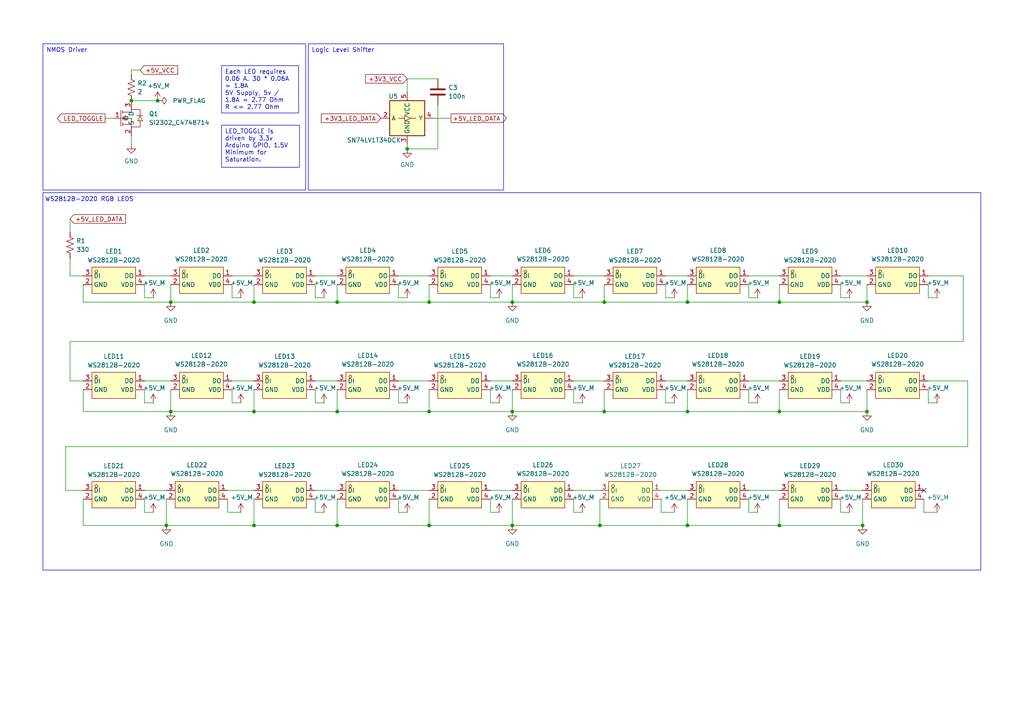
<source format=kicad_sch>
(kicad_sch (version 20250114) (generator "eeschema") (generator_version "9.0")
  (paper "A4")
  (lib_symbols
    (symbol "Device:C" (pin_numbers (hide yes)) (pin_names (offset 0.254))
      (property "Reference" "C" (at 0.635 2.54 0))
      (property "Value" "C" (at 0.635 -2.54 0))
      (symbol "C_0_1"
        (polyline (pts (xy -2.032 0.762) (xy 2.032 0.762)) (stroke (width 0.508)))
        (polyline (pts (xy -2.032 -0.762) (xy 2.032 -0.762)) (stroke (width 0.508)))
      )
      (symbol "C_1_1"
        (pin passive line (at 0 3.81 270) (length 2.794) (name "~") (number "1"))
        (pin passive line (at 0 -3.81 90) (length 2.794) (name "~") (number "2"))
      )
    )
    (symbol "Device:R_US" (pin_numbers (hide yes)) (pin_names (offset 0))
      (property "Reference" "R" (at 2.54 0 90))
      (property "Value" "R_US" (at -2.54 0 90))
      (symbol "R_US_0_1"
        (polyline (pts (xy 0 2.286) (xy 0 2.54)))
        (polyline (pts (xy 0 2.286) (xy 1.016 1.905) (xy 0 1.524) (xy -1.016 1.143) (xy 0 0.762)))
        (polyline (pts (xy 0 0.762) (xy 1.016 0.381) (xy 0 0) (xy -1.016 -0.381) (xy 0 -0.762)))
        (polyline (pts (xy 0 -0.762) (xy 1.016 -1.143) (xy 0 -1.524) (xy -1.016 -1.905) (xy 0 -2.286)))
        (polyline (pts (xy 0 -2.286) (xy 0 -2.54)))
      )
      (symbol "R_US_1_1"
        (pin passive line (at 0 3.81 270) (length 1.27) (name "~") (number "1"))
        (pin passive line (at 0 -3.81 90) (length 1.27) (name "~") (number "2"))
      )
    )
    (symbol "Logic_LevelTranslator:SN74LV1T34DCK"
      (property "Reference" "U" (at 5.08 6.35 0))
      (property "Value" "SN74LV1T34DCK" (at 5.08 3.81 0))
      (symbol "SN74LV1T34DCK_0_1"
        (rectangle (start -5.08 5.08) (end 5.08 -5.08) (stroke (width 0.254)) (fill (type background)))
        (polyline (pts (xy -0.762 0) (xy -2.54 0)))
        (polyline (pts (xy 1.016 0) (xy 2.54 0)))
      )
      (symbol "SN74LV1T34DCK_1_1"
        (polyline (pts (xy -0.762 -0.762) (xy -0.762 0.762) (xy 1.016 0) (xy -0.762 -0.762)))
        (pin input line (at -7.62 0 0) (length 2.54) (name "A") (number "2"))
        (pin no_connect line (at -5.08 2.54 0) (length 2.54) (hide yes) (name "NC") (number "1"))
        (pin power_in line (at 0 7.62 270) (length 2.54) (name "VCC") (number "5"))
        (pin power_in line (at 0 -7.62 90) (length 2.54) (name "GND") (number "3"))
        (pin output line (at 7.62 0 180) (length 2.54) (name "Y") (number "4"))
      )
    )
    (symbol "power:GND" (power) (pin_numbers (hide yes)) (pin_names (offset 0) (hide yes))
      (property "Value" "GND" (at 0 -3.81 0))
      (symbol "GND_0_1"
        (polyline (pts (xy 0 0) (xy 0 -1.27) (xy 1.27 -1.27) (xy 0 -2.54) (xy -1.27 -1.27) (xy 0 -1.27)))
      )
      (symbol "GND_1_1"
        (pin power_in line (at 0 0 270) (length 0) (name "~") (number "1"))
      )
    )
    (symbol "power:PWR_FLAG" (power) (pin_numbers (hide yes)) (pin_names (offset 0) (hide yes))
      (property "Value" "PWR_FLAG" (at 0 3.81 0))
      (symbol "PWR_FLAG_0_0"
        (pin power_out line (at 0 0 90) (length 0) (name "~") (number "1"))
      )
      (symbol "PWR_FLAG_0_1"
        (polyline (pts (xy 0 0) (xy 0 1.27) (xy -1.016 1.905) (xy 0 2.54) (xy 1.016 1.905) (xy 0 1.27)))
      )
    )
    (symbol "power:VCC" (power) (pin_numbers (hide yes)) (pin_names (offset 0) (hide yes))
      (property "Value" "VCC" (at 0 3.556 0))
      (symbol "VCC_0_1"
        (polyline (pts (xy -0.762 1.27) (xy 0 2.54)))
        (polyline (pts (xy 0 2.54) (xy 0.762 1.27)))
        (polyline (pts (xy 0 0) (xy 0 2.54)))
      )
      (symbol "VCC_1_1"
        (pin power_in line (at 0 0 90) (length 0) (name "~") (number "1"))
      )
    )
    (symbol "syms_foots:SI2302_C4748714"
      (property "Reference" "Q" (at 0 10.16 0))
      (property "Value" "SI2302_C4748714" (at 0 -10.16 0))
      (symbol "SI2302_C4748714_0_1"
        (polyline (pts (xy -3.05 2.29) (xy -3.05 -2.29)))
        (polyline (pts (xy -2.54 2.29) (xy -2.54 1.27)))
        (polyline (pts (xy -2.54 1.78) (xy 0 1.78) (xy 0 2.54) (xy 2.54 2.54) (xy 2.54 0.51)))
        (polyline (pts (xy -2.54 0) (xy -1.02 -0.51) (xy -1.02 0.51) (xy -2.54 0)) (fill (type background)))
        (polyline (pts (xy -2.54 0) (xy 0 0) (xy 0 -2.54) (xy 2.54 -2.54) (xy 2.54 -0.76)))
        (polyline (pts (xy -2.54 -0.51) (xy -2.54 0.51)))
        (polyline (pts (xy -2.54 -2.29) (xy -2.54 -1.27)))
        (polyline (pts (xy 0 -1.78) (xy -2.54 -1.78)))
        (polyline (pts (xy 1.52 0.76) (xy 3.3 0.76)))
        (polyline (pts (xy 2.54 0.51) (xy 1.78 -0.76) (xy 3.3 -0.76) (xy 2.54 0.51)) (fill (type background)))
      )
      (symbol "SI2302_C4748714_1_1"
        (pin input line (at -5.08 0 0) (length 2.032) (name "G") (number "1"))
        (pin power_in line (at 0 5.08 270) (length 2.54) (name "D") (number "3"))
        (pin power_in line (at 0 -5.08 90) (length 2.54) (name "S") (number "2"))
      )
    )
    (symbol "syms_foots:WS2812B-2020"
      (property "Reference" "LED" (at 0 6.35 0))
      (property "Value" "WS2812B-2020" (at 0 -6.35 0))
      (symbol "WS2812B-2020_0_1"
        (rectangle (start -6.35 3.81) (end 6.35 -3.81) (fill (type background)))
        (circle (center -5.08 2.54) (radius 0.38))
      )
      (symbol "WS2812B-2020_1_1"
        (pin input line (at -8.89 1.27 0) (length 2.54) (name "DI") (number "3"))
        (pin power_in line (at -8.89 -1.27 0) (length 2.54) (name "GND") (number "2"))
        (pin output line (at 8.89 1.27 180) (length 2.54) (name "DO") (number "1"))
        (pin power_in line (at 8.89 -1.27 180) (length 2.54) (name "VDD") (number "4"))
      )
    )
  )
  (rectangle (start 12.446 55.88) (end 284.48 165.354))
  (text "WS2812B-2020 RGB LEDS" (at 25.908 57.912 0) (effects (font (size 1.27 1.27))))
  (text_box "NMOS Driver" (at 12.446 12.7 0) (size 76.2 42.418) (margins 0.9525 0.9525 0.9525 0.9525) (effects (font (size 1.27 1.27)) (justify left top)))
  (text_box "Each LED requires 0.06 A. 30 * 0.06A = 1.8A\n5V Supply, 5v / 1.8A = 2.77 Ohm\nR <= 2.77 Ohm" (at 64.262 19.05 0) (size 22.352 13.716) (margins 0.9525 0.9525 0.9525 0.9525) (effects (font (size 1.27 1.27)) (justify left top)))
  (text_box "LED_TOGGLE is driven by 3.3v Arduino GPIO. 1.5V Minimum for Saturation." (at 64.262 36.322 0) (size 22.606 12.192) (margins 0.9525 0.9525 0.9525 0.9525) (effects (font (size 1.27 1.27)) (justify left top)))
  (text_box "Logic Level Shifter" (at 89.408 12.7 0) (size 56.642 42.418) (margins 0.9525 0.9525 0.9525 0.9525) (effects (font (size 1.27 1.27)) (justify left top)))
  (junction (at 49.53 87.63))
  (junction (at 175.26 119.38))
  (junction (at 124.46 119.38))
  (junction (at 251.46 119.38))
  (junction (at 250.19 152.4))
  (junction (at 124.46 87.63))
  (junction (at 97.79 87.63))
  (junction (at 199.39 152.4))
  (junction (at 175.26 87.63))
  (junction (at 148.59 152.4))
  (junction (at 73.66 152.4))
  (junction (at 148.59 87.63))
  (junction (at 38.1 29.21))
  (junction (at 251.46 87.63))
  (junction (at 226.06 87.63))
  (junction (at 73.66 119.38))
  (junction (at 199.39 119.38))
  (junction (at 124.46 152.4))
  (junction (at 226.06 152.4))
  (junction (at 173.99 152.4))
  (junction (at 49.53 119.38))
  (junction (at 97.79 152.4))
  (junction (at 45.72 29.21))
  (junction (at 48.26 152.4))
  (junction (at 226.06 119.38))
  (junction (at 148.59 119.38))
  (junction (at 118.11 43.18))
  (junction (at 199.39 87.63))
  (junction (at 73.66 87.63))
  (junction (at 97.79 119.38))
  (no_connect (at 267.97 142.24))
  (wire (pts (xy 219.71 116.84) (xy 217.17 116.84)))
  (wire (pts (xy 97.79 113.03) (xy 97.79 119.38)))
  (wire (pts (xy 226.06 87.63) (xy 251.46 87.63)))
  (wire (pts (xy 269.24 116.84) (xy 269.24 113.03)))
  (wire (pts (xy 142.24 80.01) (xy 148.59 80.01)))
  (wire (pts (xy 93.98 116.84) (xy 91.44 116.84)))
  (wire (pts (xy 199.39 87.63) (xy 226.06 87.63)))
  (wire (pts (xy 219.71 86.36) (xy 217.17 86.36)))
  (wire (pts (xy 193.04 116.84) (xy 193.04 113.03)))
  (wire (pts (xy 124.46 82.55) (xy 124.46 87.63)))
  (wire (pts (xy 69.85 148.59) (xy 66.04 148.59)))
  (wire (pts (xy 118.11 22.86) (xy 127 22.86)))
  (wire (pts (xy 19.05 142.24) (xy 19.05 129.54)))
  (wire (pts (xy 148.59 87.63) (xy 175.26 87.63)))
  (wire (pts (xy 67.31 86.36) (xy 67.31 82.55)))
  (wire (pts (xy 66.04 148.59) (xy 66.04 144.78)))
  (wire (pts (xy 73.66 113.03) (xy 73.66 119.38)))
  (wire (pts (xy 271.78 116.84) (xy 269.24 116.84)))
  (wire (pts (xy 67.31 116.84) (xy 67.31 113.03)))
  (wire (pts (xy 20.32 99.06) (xy 279.4 99.06)))
  (wire (pts (xy 48.26 152.4) (xy 73.66 152.4)))
  (wire (pts (xy 226.06 119.38) (xy 251.46 119.38)))
  (wire (pts (xy 124.46 113.03) (xy 124.46 119.38)))
  (wire (pts (xy 173.99 144.78) (xy 173.99 152.4)))
  (wire (pts (xy 148.59 152.4) (xy 173.99 152.4)))
  (wire (pts (xy 41.91 116.84) (xy 41.91 113.03)))
  (wire (pts (xy 199.39 119.38) (xy 226.06 119.38)))
  (wire (pts (xy 199.39 113.03) (xy 199.39 119.38)))
  (wire (pts (xy 40.64 20.32) (xy 38.1 20.32)))
  (wire (pts (xy 175.26 87.63) (xy 199.39 87.63)))
  (wire (pts (xy 142.24 148.59) (xy 142.24 144.78)))
  (wire (pts (xy 30.48 34.29) (xy 33.02 34.29)))
  (wire (pts (xy 199.39 144.78) (xy 199.39 152.4)))
  (wire (pts (xy 118.11 41.91) (xy 118.11 43.18)))
  (wire (pts (xy 115.57 110.49) (xy 124.46 110.49)))
  (wire (pts (xy 91.44 142.24) (xy 97.79 142.24)))
  (wire (pts (xy 49.53 113.03) (xy 49.53 119.38)))
  (wire (pts (xy 49.53 87.63) (xy 73.66 87.63)))
  (wire (pts (xy 24.13 119.38) (xy 24.13 113.03)))
  (wire (pts (xy 243.84 116.84) (xy 243.84 113.03)))
  (wire (pts (xy 144.78 116.84) (xy 142.24 116.84)))
  (wire (pts (xy 118.11 148.59) (xy 115.57 148.59)))
  (wire (pts (xy 20.32 110.49) (xy 24.13 110.49)))
  (wire (pts (xy 217.17 80.01) (xy 226.06 80.01)))
  (wire (pts (xy 142.24 142.24) (xy 148.59 142.24)))
  (wire (pts (xy 24.13 152.4) (xy 48.26 152.4)))
  (wire (pts (xy 115.57 148.59) (xy 115.57 144.78)))
  (wire (pts (xy 44.45 116.84) (xy 41.91 116.84)))
  (wire (pts (xy 97.79 87.63) (xy 124.46 87.63)))
  (wire (pts (xy 195.58 116.84) (xy 193.04 116.84)))
  (wire (pts (xy 93.98 86.36) (xy 91.44 86.36)))
  (wire (pts (xy 44.45 148.59) (xy 41.91 148.59)))
  (wire (pts (xy 38.1 20.32) (xy 38.1 21.59)))
  (wire (pts (xy 73.66 152.4) (xy 97.79 152.4)))
  (wire (pts (xy 115.57 142.24) (xy 124.46 142.24)))
  (wire (pts (xy 226.06 152.4) (xy 250.19 152.4)))
  (wire (pts (xy 279.4 99.06) (xy 279.4 80.01)))
  (wire (pts (xy 118.11 43.18) (xy 127 43.18)))
  (wire (pts (xy 20.32 99.06) (xy 20.32 110.49)))
  (wire (pts (xy 191.77 142.24) (xy 199.39 142.24)))
  (wire (pts (xy 20.32 74.93) (xy 20.32 80.01)))
  (wire (pts (xy 166.37 110.49) (xy 175.26 110.49)))
  (wire (pts (xy 142.24 110.49) (xy 148.59 110.49)))
  (wire (pts (xy 144.78 86.36) (xy 142.24 86.36)))
  (wire (pts (xy 69.85 86.36) (xy 67.31 86.36)))
  (wire (pts (xy 97.79 82.55) (xy 97.79 87.63)))
  (wire (pts (xy 219.71 148.59) (xy 217.17 148.59)))
  (wire (pts (xy 191.77 148.59) (xy 191.77 144.78)))
  (wire (pts (xy 175.26 82.55) (xy 175.26 87.63)))
  (wire (pts (xy 91.44 116.84) (xy 91.44 113.03)))
  (wire (pts (xy 124.46 119.38) (xy 148.59 119.38)))
  (wire (pts (xy 124.46 152.4) (xy 148.59 152.4)))
  (wire (pts (xy 97.79 144.78) (xy 97.79 152.4)))
  (wire (pts (xy 243.84 86.36) (xy 243.84 82.55)))
  (wire (pts (xy 217.17 142.24) (xy 226.06 142.24)))
  (wire (pts (xy 148.59 113.03) (xy 148.59 119.38)))
  (wire (pts (xy 66.04 142.24) (xy 73.66 142.24)))
  (wire (pts (xy 24.13 119.38) (xy 49.53 119.38)))
  (wire (pts (xy 243.84 110.49) (xy 251.46 110.49)))
  (wire (pts (xy 166.37 148.59) (xy 166.37 144.78)))
  (wire (pts (xy 127 30.48) (xy 127 43.18)))
  (wire (pts (xy 115.57 80.01) (xy 124.46 80.01)))
  (wire (pts (xy 20.32 80.01) (xy 24.13 80.01)))
  (wire (pts (xy 67.31 80.01) (xy 73.66 80.01)))
  (wire (pts (xy 217.17 148.59) (xy 217.17 144.78)))
  (wire (pts (xy 38.1 29.21) (xy 45.72 29.21)))
  (wire (pts (xy 97.79 119.38) (xy 124.46 119.38)))
  (wire (pts (xy 124.46 144.78) (xy 124.46 152.4)))
  (wire (pts (xy 93.98 148.59) (xy 91.44 148.59)))
  (wire (pts (xy 226.06 82.55) (xy 226.06 87.63)))
  (wire (pts (xy 251.46 119.38) (xy 251.46 113.03)))
  (wire (pts (xy 41.91 142.24) (xy 48.26 142.24)))
  (wire (pts (xy 144.78 148.59) (xy 142.24 148.59)))
  (wire (pts (xy 19.05 142.24) (xy 24.13 142.24)))
  (wire (pts (xy 195.58 86.36) (xy 193.04 86.36)))
  (wire (pts (xy 44.45 86.36) (xy 41.91 86.36)))
  (wire (pts (xy 246.38 116.84) (xy 243.84 116.84)))
  (wire (pts (xy 175.26 113.03) (xy 175.26 119.38)))
  (wire (pts (xy 73.66 87.63) (xy 97.79 87.63)))
  (wire (pts (xy 24.13 87.63) (xy 24.13 82.55)))
  (wire (pts (xy 271.78 86.36) (xy 269.24 86.36)))
  (wire (pts (xy 199.39 152.4) (xy 226.06 152.4)))
  (wire (pts (xy 49.53 119.38) (xy 73.66 119.38)))
  (wire (pts (xy 168.91 86.36) (xy 166.37 86.36)))
  (wire (pts (xy 148.59 82.55) (xy 148.59 87.63)))
  (wire (pts (xy 73.66 144.78) (xy 73.66 152.4)))
  (wire (pts (xy 124.46 87.63) (xy 148.59 87.63)))
  (wire (pts (xy 243.84 80.01) (xy 251.46 80.01)))
  (wire (pts (xy 41.91 80.01) (xy 49.53 80.01)))
  (wire (pts (xy 49.53 82.55) (xy 49.53 87.63)))
  (wire (pts (xy 243.84 148.59) (xy 243.84 144.78)))
  (wire (pts (xy 226.06 144.78) (xy 226.06 152.4)))
  (wire (pts (xy 48.26 144.78) (xy 48.26 152.4)))
  (wire (pts (xy 173.99 152.4) (xy 199.39 152.4)))
  (wire (pts (xy 118.11 22.86) (xy 118.11 26.67)))
  (wire (pts (xy 280.67 110.49) (xy 269.24 110.49)))
  (wire (pts (xy 269.24 86.36) (xy 269.24 82.55)))
  (wire (pts (xy 217.17 116.84) (xy 217.17 113.03)))
  (wire (pts (xy 73.66 82.55) (xy 73.66 87.63)))
  (wire (pts (xy 41.91 86.36) (xy 41.91 82.55)))
  (wire (pts (xy 118.11 86.36) (xy 115.57 86.36)))
  (wire (pts (xy 97.79 152.4) (xy 124.46 152.4)))
  (wire (pts (xy 115.57 116.84) (xy 115.57 113.03)))
  (wire (pts (xy 280.67 129.54) (xy 280.67 110.49)))
  (wire (pts (xy 69.85 116.84) (xy 67.31 116.84)))
  (wire (pts (xy 168.91 116.84) (xy 166.37 116.84)))
  (wire (pts (xy 193.04 86.36) (xy 193.04 82.55)))
  (wire (pts (xy 115.57 86.36) (xy 115.57 82.55)))
  (wire (pts (xy 38.1 39.37) (xy 38.1 41.91)))
  (wire (pts (xy 217.17 110.49) (xy 226.06 110.49)))
  (wire (pts (xy 148.59 144.78) (xy 148.59 152.4)))
  (wire (pts (xy 195.58 148.59) (xy 191.77 148.59)))
  (wire (pts (xy 118.11 116.84) (xy 115.57 116.84)))
  (wire (pts (xy 24.13 87.63) (xy 49.53 87.63)))
  (wire (pts (xy 246.38 148.59) (xy 243.84 148.59)))
  (wire (pts (xy 91.44 86.36) (xy 91.44 82.55)))
  (wire (pts (xy 199.39 82.55) (xy 199.39 87.63)))
  (wire (pts (xy 41.91 110.49) (xy 49.53 110.49)))
  (wire (pts (xy 193.04 80.01) (xy 199.39 80.01)))
  (wire (pts (xy 20.32 63.5) (xy 20.32 67.31)))
  (wire (pts (xy 41.91 148.59) (xy 41.91 144.78)))
  (wire (pts (xy 217.17 86.36) (xy 217.17 82.55)))
  (wire (pts (xy 246.38 86.36) (xy 243.84 86.36)))
  (wire (pts (xy 166.37 80.01) (xy 175.26 80.01)))
  (wire (pts (xy 168.91 148.59) (xy 166.37 148.59)))
  (wire (pts (xy 271.78 148.59) (xy 267.97 148.59)))
  (wire (pts (xy 175.26 119.38) (xy 199.39 119.38)))
  (wire (pts (xy 91.44 148.59) (xy 91.44 144.78)))
  (wire (pts (xy 267.97 148.59) (xy 267.97 144.78)))
  (wire (pts (xy 24.13 144.78) (xy 24.13 152.4)))
  (wire (pts (xy 91.44 110.49) (xy 97.79 110.49)))
  (wire (pts (xy 166.37 142.24) (xy 173.99 142.24)))
  (wire (pts (xy 166.37 86.36) (xy 166.37 82.55)))
  (wire (pts (xy 250.19 144.78) (xy 250.19 152.4)))
  (wire (pts (xy 193.04 110.49) (xy 199.39 110.49)))
  (wire (pts (xy 19.05 129.54) (xy 280.67 129.54)))
  (wire (pts (xy 148.59 119.38) (xy 175.26 119.38)))
  (wire (pts (xy 142.24 86.36) (xy 142.24 82.55)))
  (wire (pts (xy 73.66 119.38) (xy 97.79 119.38)))
  (wire (pts (xy 91.44 80.01) (xy 97.79 80.01)))
  (wire (pts (xy 243.84 142.24) (xy 250.19 142.24)))
  (wire (pts (xy 142.24 116.84) (xy 142.24 113.03)))
  (wire (pts (xy 125.73 34.29) (xy 130.81 34.29)))
  (wire (pts (xy 279.4 80.01) (xy 269.24 80.01)))
  (wire (pts (xy 226.06 113.03) (xy 226.06 119.38)))
  (wire (pts (xy 166.37 116.84) (xy 166.37 113.03)))
  (wire (pts (xy 67.31 110.49) (xy 73.66 110.49)))
  (wire (pts (xy 251.46 87.63) (xy 251.46 82.55)))
  (global_label "+5V_LED_DATA" (shape output) (at 130.81 34.29 0) (property "Intersheetrefs" "${INTERSHEET_REFS}" (effects (hide yes))))
  (global_label "LED_TOGGLE" (shape output) (at 30.48 34.29 180) (property "Intersheetrefs" "${INTERSHEET_REFS}" (effects (hide yes))))
  (global_label "+3V3_VCC" (shape input) (at 118.11 22.86 180) (property "Intersheetrefs" "${INTERSHEET_REFS}" (effects (hide yes))))
  (global_label "+3V3_LED_DATA" (shape input) (at 110.49 34.29 180) (property "Intersheetrefs" "${INTERSHEET_REFS}" (effects (hide yes))))
  (global_label "+5V_LED_DATA" (shape input) (at 20.32 63.5 0) (property "Intersheetrefs" "${INTERSHEET_REFS}" (effects (hide yes))))
  (global_label "+5V_VCC" (shape input) (at 40.64 20.32 0) (property "Intersheetrefs" "${INTERSHEET_REFS}" (effects (hide yes))))
  (symbol (lib_id "syms_foots:WS2812B-2020") (at 57.15 143.51 0) (unit 1)
    (property "Reference" "LED22" (at 57.15 134.874 0))
    (property "Value" "WS2812B-2020" (at 57.15 137.414 0))
    (property "Footprint" "syms_foots:LED-SMD_4P-L2.0-W2.0-TL_WS2812B-2020" (effects (hide yes)))
    (property "Datasheet" "https://lcsc.com/datasheet/lcsc_datasheet_2412051755_Worldsemi-WS2812B-2020_C965555.pdf" (effects (hide yes)))
    (property "LCSC Part" "C965555" (effects (hide yes)))
  )
  (symbol (lib_id "syms_foots:WS2812B-2020") (at 208.28 111.76 0) (unit 1)
    (property "Reference" "LED18" (at 208.28 103.124 0))
    (property "Value" "WS2812B-2020" (at 208.28 105.664 0))
    (property "Footprint" "syms_foots:LED-SMD_4P-L2.0-W2.0-TL_WS2812B-2020" (effects (hide yes)))
    (property "Datasheet" "https://lcsc.com/datasheet/lcsc_datasheet_2412051755_Worldsemi-WS2812B-2020_C965555.pdf" (effects (hide yes)))
    (property "LCSC Part" "C965555" (effects (hide yes)))
  )
  (symbol (lib_id "power:PWR_FLAG") (at 45.72 29.21 270) (unit 1)
    (property "Reference" "#FLG01" (effects (hide yes)))
    (property "Value" "PWR_FLAG" (at 50.038 29.2099 90) (effects (justify left)))
    (property "Description" "Special symbol for telling ERC where power comes from" (effects (hide yes)))
  )
  (symbol (lib_id "syms_foots:WS2812B-2020") (at 208.28 143.51 0) (unit 1)
    (property "Reference" "LED28" (at 208.28 134.874 0))
    (property "Value" "WS2812B-2020" (at 208.28 137.414 0))
    (property "Footprint" "syms_foots:LED-SMD_4P-L2.0-W2.0-TL_WS2812B-2020" (effects (hide yes)))
    (property "Datasheet" "https://lcsc.com/datasheet/lcsc_datasheet_2412051755_Worldsemi-WS2812B-2020_C965555.pdf" (effects (hide yes)))
    (property "LCSC Part" "C965555" (effects (hide yes)))
  )
  (symbol (lib_id "Logic_LevelTranslator:SN74LV1T34DCK") (at 118.11 34.29 0) (unit 1)
    (property "Reference" "U5" (at 114.046 27.94 0))
    (property "Value" "SN74LV1T34DCK" (at 108.458 40.64 0))
    (property "Footprint" "Package_TO_SOT_SMD:SOT-353_SC-70-5" (effects (hide yes)))
    (property "Datasheet" "https://www.ti.com/lit/ds/symlink/sn74lv1t34.pdf" (effects (hide yes)))
    (property "Description" "Single Power Supply, Single Buffer GATE, CMOS Logic, Level Shifter, SOT-353" (effects (hide yes)))
  )
  (symbol (lib_id "power:VCC") (at 246.38 116.84 0) (unit 1)
    (property "Reference" "#PWR019" (effects (hide yes)))
    (property "Value" "+5V_M" (at 246.634 112.522 0))
    (property "Description" "Power symbol creates a global label with name \"VCC\"" (effects (hide yes)))
  )
  (symbol (lib_id "power:VCC") (at 219.71 86.36 0) (unit 1)
    (property "Reference" "#PWR08" (effects (hide yes)))
    (property "Value" "+5V_M" (at 219.964 82.042 0))
    (property "Description" "Power symbol creates a global label with name \"VCC\"" (effects (hide yes)))
  )
  (symbol (lib_id "power:VCC") (at 144.78 86.36 0) (unit 1)
    (property "Reference" "#PWR05" (effects (hide yes)))
    (property "Value" "+5V_M" (at 145.034 82.042 0))
    (property "Description" "Power symbol creates a global label with name \"VCC\"" (effects (hide yes)))
  )
  (symbol (lib_id "syms_foots:WS2812B-2020") (at 133.35 111.76 0) (unit 1)
    (property "Reference" "LED15" (at 133.35 103.378 0))
    (property "Value" "WS2812B-2020" (at 133.35 105.918 0))
    (property "Footprint" "syms_foots:LED-SMD_4P-L2.0-W2.0-TL_WS2812B-2020" (effects (hide yes)))
    (property "Datasheet" "https://lcsc.com/datasheet/lcsc_datasheet_2412051755_Worldsemi-WS2812B-2020_C965555.pdf" (effects (hide yes)))
    (property "LCSC Part" "C965555" (effects (hide yes)))
  )
  (symbol (lib_id "power:VCC") (at 219.71 148.59 0) (unit 1)
    (property "Reference" "#PWR028" (effects (hide yes)))
    (property "Value" "+5V_M" (at 219.964 144.272 0))
    (property "Description" "Power symbol creates a global label with name \"VCC\"" (effects (hide yes)))
  )
  (symbol (lib_id "power:GND") (at 250.19 152.4 0) (unit 1)
    (property "Reference" "#PWR039" (effects (hide yes)))
    (property "Value" "GND" (at 250.19 157.734 0))
    (property "Description" "Power symbol creates a global label with name \"GND\" , ground" (effects (hide yes)))
  )
  (symbol (lib_id "power:GND") (at 38.1 41.91 0) (unit 1)
    (property "Reference" "#PWR041" (effects (hide yes)))
    (property "Value" "GND" (at 38.1 46.736 0))
    (property "Description" "Power symbol creates a global label with name \"GND\" , ground" (effects (hide yes)))
  )
  (symbol (lib_id "power:GND") (at 251.46 87.63 0) (unit 1)
    (property "Reference" "#PWR032" (effects (hide yes)))
    (property "Value" "GND" (at 251.46 92.964 0))
    (property "Description" "Power symbol creates a global label with name \"GND\" , ground" (effects (hide yes)))
  )
  (symbol (lib_id "power:VCC") (at 271.78 116.84 0) (unit 1)
    (property "Reference" "#PWR020" (effects (hide yes)))
    (property "Value" "+5V_M" (at 272.034 112.522 0))
    (property "Description" "Power symbol creates a global label with name \"VCC\"" (effects (hide yes)))
  )
  (symbol (lib_id "syms_foots:WS2812B-2020") (at 133.35 143.51 0) (unit 1)
    (property "Reference" "LED25" (at 133.35 135.128 0))
    (property "Value" "WS2812B-2020" (at 133.35 137.668 0))
    (property "Footprint" "syms_foots:LED-SMD_4P-L2.0-W2.0-TL_WS2812B-2020" (effects (hide yes)))
    (property "Datasheet" "https://lcsc.com/datasheet/lcsc_datasheet_2412051755_Worldsemi-WS2812B-2020_C965555.pdf" (effects (hide yes)))
    (property "LCSC Part" "C965555" (effects (hide yes)))
  )
  (symbol (lib_id "power:VCC") (at 93.98 148.59 0) (unit 1)
    (property "Reference" "#PWR023" (effects (hide yes)))
    (property "Value" "+5V_M" (at 94.234 144.272 0))
    (property "Description" "Power symbol creates a global label with name \"VCC\"" (effects (hide yes)))
  )
  (symbol (lib_id "power:VCC") (at 69.85 148.59 0) (unit 1)
    (property "Reference" "#PWR022" (effects (hide yes)))
    (property "Value" "+5V_M" (at 70.104 144.272 0))
    (property "Description" "Power symbol creates a global label with name \"VCC\"" (effects (hide yes)))
  )
  (symbol (lib_id "syms_foots:WS2812B-2020") (at 82.55 81.28 0) (unit 1)
    (property "Reference" "LED3" (at 82.55 72.898 0))
    (property "Value" "WS2812B-2020" (at 82.55 75.438 0))
    (property "Footprint" "syms_foots:LED-SMD_4P-L2.0-W2.0-TL_WS2812B-2020" (effects (hide yes)))
    (property "Datasheet" "https://lcsc.com/datasheet/lcsc_datasheet_2412051755_Worldsemi-WS2812B-2020_C965555.pdf" (effects (hide yes)))
    (property "LCSC Part" "C965555" (effects (hide yes)))
  )
  (symbol (lib_id "power:GND") (at 118.11 43.18 0) (unit 1)
    (property "Reference" "#PWR048" (effects (hide yes)))
    (property "Value" "GND" (at 118.11 47.752 0))
    (property "Description" "Power symbol creates a global label with name \"GND\" , ground" (effects (hide yes)))
  )
  (symbol (lib_id "power:VCC") (at 195.58 116.84 0) (unit 1)
    (property "Reference" "#PWR017" (effects (hide yes)))
    (property "Value" "+5V_M" (at 195.834 112.522 0))
    (property "Description" "Power symbol creates a global label with name \"VCC\"" (effects (hide yes)))
  )
  (symbol (lib_id "power:VCC") (at 219.71 116.84 0) (unit 1)
    (property "Reference" "#PWR018" (effects (hide yes)))
    (property "Value" "+5V_M" (at 219.964 112.522 0))
    (property "Description" "Power symbol creates a global label with name \"VCC\"" (effects (hide yes)))
  )
  (symbol (lib_id "power:VCC") (at 45.72 29.21 0) (unit 1)
    (property "Reference" "#PWR040" (effects (hide yes)))
    (property "Value" "+5V_M" (at 45.974 24.892 0))
    (property "Description" "Power symbol creates a global label with name \"VCC\"" (effects (hide yes)))
  )
  (symbol (lib_id "syms_foots:WS2812B-2020") (at 58.42 111.76 0) (unit 1)
    (property "Reference" "LED12" (at 58.42 103.124 0))
    (property "Value" "WS2812B-2020" (at 58.42 105.664 0))
    (property "Footprint" "syms_foots:LED-SMD_4P-L2.0-W2.0-TL_WS2812B-2020" (effects (hide yes)))
    (property "Datasheet" "https://lcsc.com/datasheet/lcsc_datasheet_2412051755_Worldsemi-WS2812B-2020_C965555.pdf" (effects (hide yes)))
    (property "LCSC Part" "C965555" (effects (hide yes)))
  )
  (symbol (lib_id "power:VCC") (at 195.58 148.59 0) (unit 1)
    (property "Reference" "#PWR027" (effects (hide yes)))
    (property "Value" "+5V_M" (at 195.834 144.272 0))
    (property "Description" "Power symbol creates a global label with name \"VCC\"" (effects (hide yes)))
  )
  (symbol (lib_id "power:VCC") (at 246.38 148.59 0) (unit 1)
    (property "Reference" "#PWR029" (effects (hide yes)))
    (property "Value" "+5V_M" (at 246.634 144.272 0))
    (property "Description" "Power symbol creates a global label with name \"VCC\"" (effects (hide yes)))
  )
  (symbol (lib_id "power:GND") (at 48.26 152.4 0) (unit 1)
    (property "Reference" "#PWR037" (effects (hide yes)))
    (property "Value" "GND" (at 48.26 157.734 0))
    (property "Description" "Power symbol creates a global label with name \"GND\" , ground" (effects (hide yes)))
  )
  (symbol (lib_id "syms_foots:WS2812B-2020") (at 234.95 111.76 0) (unit 1)
    (property "Reference" "LED19" (at 234.95 103.378 0))
    (property "Value" "WS2812B-2020" (at 234.95 105.918 0))
    (property "Footprint" "syms_foots:LED-SMD_4P-L2.0-W2.0-TL_WS2812B-2020" (effects (hide yes)))
    (property "Datasheet" "https://lcsc.com/datasheet/lcsc_datasheet_2412051755_Worldsemi-WS2812B-2020_C965555.pdf" (effects (hide yes)))
    (property "LCSC Part" "C965555" (effects (hide yes)))
  )
  (symbol (lib_id "syms_foots:WS2812B-2020") (at 106.68 143.51 0) (unit 1)
    (property "Reference" "LED24" (at 106.68 134.874 0))
    (property "Value" "WS2812B-2020" (at 106.68 137.414 0))
    (property "Footprint" "syms_foots:LED-SMD_4P-L2.0-W2.0-TL_WS2812B-2020" (effects (hide yes)))
    (property "Datasheet" "https://lcsc.com/datasheet/lcsc_datasheet_2412051755_Worldsemi-WS2812B-2020_C965555.pdf" (effects (hide yes)))
    (property "LCSC Part" "C965555" (effects (hide yes)))
  )
  (symbol (lib_id "power:VCC") (at 271.78 86.36 0) (unit 1)
    (property "Reference" "#PWR010" (effects (hide yes)))
    (property "Value" "+5V_M" (at 272.034 82.042 0))
    (property "Description" "Power symbol creates a global label with name \"VCC\"" (effects (hide yes)))
  )
  (symbol (lib_id "power:VCC") (at 44.45 148.59 0) (unit 1)
    (property "Reference" "#PWR021" (effects (hide yes)))
    (property "Value" "+5V_M" (at 44.704 144.272 0))
    (property "Description" "Power symbol creates a global label with name \"VCC\"" (effects (hide yes)))
  )
  (symbol (lib_id "power:VCC") (at 246.38 86.36 0) (unit 1)
    (property "Reference" "#PWR09" (effects (hide yes)))
    (property "Value" "+5V_M" (at 246.634 82.042 0))
    (property "Description" "Power symbol creates a global label with name \"VCC\"" (effects (hide yes)))
  )
  (symbol (lib_id "syms_foots:WS2812B-2020") (at 184.15 111.76 0) (unit 1)
    (property "Reference" "LED17" (at 184.15 103.378 0))
    (property "Value" "WS2812B-2020" (at 184.15 105.918 0))
    (property "Footprint" "syms_foots:LED-SMD_4P-L2.0-W2.0-TL_WS2812B-2020" (effects (hide yes)))
    (property "Datasheet" "https://lcsc.com/datasheet/lcsc_datasheet_2412051755_Worldsemi-WS2812B-2020_C965555.pdf" (effects (hide yes)))
    (property "LCSC Part" "C965555" (effects (hide yes)))
  )
  (symbol (lib_id "syms_foots:WS2812B-2020") (at 259.08 143.51 0) (unit 1)
    (property "Reference" "LED30" (at 259.08 134.874 0))
    (property "Value" "WS2812B-2020" (at 259.08 137.414 0))
    (property "Footprint" "syms_foots:LED-SMD_4P-L2.0-W2.0-TL_WS2812B-2020" (effects (hide yes)))
    (property "Datasheet" "https://lcsc.com/datasheet/lcsc_datasheet_2412051755_Worldsemi-WS2812B-2020_C965555.pdf" (effects (hide yes)))
    (property "LCSC Part" "C965555" (effects (hide yes)))
  )
  (symbol (lib_id "Device:R_US") (at 38.1 25.4 0) (unit 1)
    (property "Reference" "R2" (at 39.878 24.1299 0) (effects (justify left)))
    (property "Value" "2" (at 39.878 26.6699 0) (effects (justify left)))
    (property "Footprint" "Resistor_SMD:R_0402_1005Metric" (effects (hide yes)))
    (property "Description" "Resistor, US symbol" (effects (hide yes)))
  )
  (symbol (lib_id "syms_foots:WS2812B-2020") (at 82.55 111.76 0) (unit 1)
    (property "Reference" "LED13" (at 82.55 103.378 0))
    (property "Value" "WS2812B-2020" (at 82.55 105.918 0))
    (property "Footprint" "syms_foots:LED-SMD_4P-L2.0-W2.0-TL_WS2812B-2020" (effects (hide yes)))
    (property "Datasheet" "https://lcsc.com/datasheet/lcsc_datasheet_2412051755_Worldsemi-WS2812B-2020_C965555.pdf" (effects (hide yes)))
    (property "LCSC Part" "C965555" (effects (hide yes)))
  )
  (symbol (lib_id "syms_foots:WS2812B-2020") (at 157.48 81.28 0) (unit 1)
    (property "Reference" "LED6" (at 157.48 72.644 0))
    (property "Value" "WS2812B-2020" (at 157.48 75.184 0))
    (property "Footprint" "syms_foots:LED-SMD_4P-L2.0-W2.0-TL_WS2812B-2020" (effects (hide yes)))
    (property "Datasheet" "https://lcsc.com/datasheet/lcsc_datasheet_2412051755_Worldsemi-WS2812B-2020_C965555.pdf" (effects (hide yes)))
    (property "LCSC Part" "C965555" (effects (hide yes)))
  )
  (symbol (lib_id "power:VCC") (at 69.85 86.36 0) (unit 1)
    (property "Reference" "#PWR02" (effects (hide yes)))
    (property "Value" "+5V_M" (at 70.104 82.042 0))
    (property "Description" "Power symbol creates a global label with name \"VCC\"" (effects (hide yes)))
  )
  (symbol (lib_id "power:VCC") (at 271.78 148.59 0) (unit 1)
    (property "Reference" "#PWR030" (effects (hide yes)))
    (property "Value" "+5V_M" (at 272.034 144.272 0))
    (property "Description" "Power symbol creates a global label with name \"VCC\"" (effects (hide yes)))
  )
  (symbol (lib_id "power:VCC") (at 44.45 116.84 0) (unit 1)
    (property "Reference" "#PWR011" (effects (hide yes)))
    (property "Value" "+5V_M" (at 44.704 112.522 0))
    (property "Description" "Power symbol creates a global label with name \"VCC\"" (effects (hide yes)))
  )
  (symbol (lib_id "syms_foots:WS2812B-2020") (at 82.55 143.51 0) (unit 1)
    (property "Reference" "LED23" (at 82.55 135.128 0))
    (property "Value" "WS2812B-2020" (at 82.55 137.668 0))
    (property "Footprint" "syms_foots:LED-SMD_4P-L2.0-W2.0-TL_WS2812B-2020" (effects (hide yes)))
    (property "Datasheet" "https://lcsc.com/datasheet/lcsc_datasheet_2412051755_Worldsemi-WS2812B-2020_C965555.pdf" (effects (hide yes)))
    (property "LCSC Part" "C965555" (effects (hide yes)))
  )
  (symbol (lib_id "power:GND") (at 148.59 87.63 0) (unit 1)
    (property "Reference" "#PWR033" (effects (hide yes)))
    (property "Value" "GND" (at 148.59 92.964 0))
    (property "Description" "Power symbol creates a global label with name \"GND\" , ground" (effects (hide yes)))
  )
  (symbol (lib_id "syms_foots:WS2812B-2020") (at 58.42 81.28 0) (unit 1)
    (property "Reference" "LED2" (at 58.42 72.644 0))
    (property "Value" "WS2812B-2020" (at 58.42 75.184 0))
    (property "Footprint" "syms_foots:LED-SMD_4P-L2.0-W2.0-TL_WS2812B-2020" (effects (hide yes)))
    (property "Datasheet" "https://lcsc.com/datasheet/lcsc_datasheet_2412051755_Worldsemi-WS2812B-2020_C965555.pdf" (effects (hide yes)))
    (property "LCSC Part" "C965555" (effects (hide yes)))
  )
  (symbol (lib_id "syms_foots:WS2812B-2020") (at 157.48 111.76 0) (unit 1)
    (property "Reference" "LED16" (at 157.48 103.124 0))
    (property "Value" "WS2812B-2020" (at 157.48 105.664 0))
    (property "Footprint" "syms_foots:LED-SMD_4P-L2.0-W2.0-TL_WS2812B-2020" (effects (hide yes)))
    (property "Datasheet" "https://lcsc.com/datasheet/lcsc_datasheet_2412051755_Worldsemi-WS2812B-2020_C965555.pdf" (effects (hide yes)))
    (property "LCSC Part" "C965555" (effects (hide yes)))
  )
  (symbol (lib_id "power:VCC") (at 168.91 116.84 0) (unit 1)
    (property "Reference" "#PWR016" (effects (hide yes)))
    (property "Value" "+5V_M" (at 169.164 112.522 0))
    (property "Description" "Power symbol creates a global label with name \"VCC\"" (effects (hide yes)))
  )
  (symbol (lib_id "power:VCC") (at 118.11 116.84 0) (unit 1)
    (property "Reference" "#PWR014" (effects (hide yes)))
    (property "Value" "+5V_M" (at 118.364 112.522 0))
    (property "Description" "Power symbol creates a global label with name \"VCC\"" (effects (hide yes)))
  )
  (symbol (lib_id "power:GND") (at 49.53 119.38 0) (unit 1)
    (property "Reference" "#PWR034" (effects (hide yes)))
    (property "Value" "GND" (at 49.53 124.714 0))
    (property "Description" "Power symbol creates a global label with name \"GND\" , ground" (effects (hide yes)))
  )
  (symbol (lib_id "Device:C") (at 127 26.67 0) (unit 1)
    (property "Reference" "C3" (at 130.048 25.3999 0) (effects (justify left)))
    (property "Value" "100n" (at 130.048 27.9399 0) (effects (justify left)))
    (property "Footprint" "Capacitor_SMD:C_0402_1005Metric" (effects (hide yes)))
    (property "Description" "Unpolarized capacitor" (effects (hide yes)))
  )
  (symbol (lib_id "power:VCC") (at 93.98 86.36 0) (unit 1)
    (property "Reference" "#PWR03" (effects (hide yes)))
    (property "Value" "+5V_M" (at 94.234 82.042 0))
    (property "Description" "Power symbol creates a global label with name \"VCC\"" (effects (hide yes)))
  )
  (symbol (lib_id "power:VCC") (at 195.58 86.36 0) (unit 1)
    (property "Reference" "#PWR07" (effects (hide yes)))
    (property "Value" "+5V_M" (at 195.834 82.042 0))
    (property "Description" "Power symbol creates a global label with name \"VCC\"" (effects (hide yes)))
  )
  (symbol (lib_id "power:GND") (at 251.46 119.38 0) (unit 1)
    (property "Reference" "#PWR036" (effects (hide yes)))
    (property "Value" "GND" (at 251.46 124.714 0))
    (property "Description" "Power symbol creates a global label with name \"GND\" , ground" (effects (hide yes)))
  )
  (symbol (lib_id "power:GND") (at 49.53 87.63 0) (unit 1)
    (property "Reference" "#PWR031" (effects (hide yes)))
    (property "Value" "GND" (at 49.53 92.964 0))
    (property "Description" "Power symbol creates a global label with name \"GND\" , ground" (effects (hide yes)))
  )
  (symbol (lib_id "syms_foots:WS2812B-2020") (at 260.35 111.76 0) (unit 1)
    (property "Reference" "LED20" (at 260.35 103.124 0))
    (property "Value" "WS2812B-2020" (at 260.35 105.664 0))
    (property "Footprint" "syms_foots:LED-SMD_4P-L2.0-W2.0-TL_WS2812B-2020" (effects (hide yes)))
    (property "Datasheet" "https://lcsc.com/datasheet/lcsc_datasheet_2412051755_Worldsemi-WS2812B-2020_C965555.pdf" (effects (hide yes)))
    (property "LCSC Part" "C965555" (effects (hide yes)))
  )
  (symbol (lib_id "syms_foots:WS2812B-2020") (at 33.02 143.51 0) (unit 1)
    (property "Reference" "LED21" (at 33.02 135.128 0))
    (property "Value" "WS2812B-2020" (at 33.02 137.668 0))
    (property "Footprint" "syms_foots:LED-SMD_4P-L2.0-W2.0-TL_WS2812B-2020" (effects (hide yes)))
    (property "Datasheet" "https://lcsc.com/datasheet/lcsc_datasheet_2412051755_Worldsemi-WS2812B-2020_C965555.pdf" (effects (hide yes)))
    (property "LCSC Part" "C965555" (effects (hide yes)))
  )
  (symbol (lib_id "power:GND") (at 148.59 119.38 0) (unit 1)
    (property "Reference" "#PWR035" (effects (hide yes)))
    (property "Value" "GND" (at 148.59 124.714 0))
    (property "Description" "Power symbol creates a global label with name \"GND\" , ground" (effects (hide yes)))
  )
  (symbol (lib_id "power:VCC") (at 144.78 116.84 0) (unit 1)
    (property "Reference" "#PWR015" (effects (hide yes)))
    (property "Value" "+5V_M" (at 145.034 112.522 0))
    (property "Description" "Power symbol creates a global label with name \"VCC\"" (effects (hide yes)))
  )
  (symbol (lib_id "syms_foots:WS2812B-2020") (at 234.95 143.51 0) (unit 1)
    (property "Reference" "LED29" (at 234.95 135.128 0))
    (property "Value" "WS2812B-2020" (at 234.95 137.668 0))
    (property "Footprint" "syms_foots:LED-SMD_4P-L2.0-W2.0-TL_WS2812B-2020" (effects (hide yes)))
    (property "Datasheet" "https://lcsc.com/datasheet/lcsc_datasheet_2412051755_Worldsemi-WS2812B-2020_C965555.pdf" (effects (hide yes)))
    (property "LCSC Part" "C965555" (effects (hide yes)))
  )
  (symbol (lib_id "power:VCC") (at 168.91 86.36 0) (unit 1)
    (property "Reference" "#PWR06" (effects (hide yes)))
    (property "Value" "+5V_M" (at 169.164 82.042 0))
    (property "Description" "Power symbol creates a global label with name \"VCC\"" (effects (hide yes)))
  )
  (symbol (lib_id "power:VCC") (at 93.98 116.84 0) (unit 1)
    (property "Reference" "#PWR013" (effects (hide yes)))
    (property "Value" "+5V_M" (at 94.234 112.522 0))
    (property "Description" "Power symbol creates a global label with name \"VCC\"" (effects (hide yes)))
  )
  (symbol (lib_id "power:VCC") (at 118.11 86.36 0) (unit 1)
    (property "Reference" "#PWR04" (effects (hide yes)))
    (property "Value" "+5V_M" (at 118.364 82.042 0))
    (property "Description" "Power symbol creates a global label with name \"VCC\"" (effects (hide yes)))
  )
  (symbol (lib_id "power:VCC") (at 168.91 148.59 0) (unit 1)
    (property "Reference" "#PWR026" (effects (hide yes)))
    (property "Value" "+5V_M" (at 169.164 144.272 0))
    (property "Description" "Power symbol creates a global label with name \"VCC\"" (effects (hide yes)))
  )
  (symbol (lib_id "syms_foots:WS2812B-2020") (at 106.68 81.28 0) (unit 1)
    (property "Reference" "LED4" (at 106.68 72.644 0))
    (property "Value" "WS2812B-2020" (at 106.68 75.184 0))
    (property "Footprint" "syms_foots:LED-SMD_4P-L2.0-W2.0-TL_WS2812B-2020" (effects (hide yes)))
    (property "Datasheet" "https://lcsc.com/datasheet/lcsc_datasheet_2412051755_Worldsemi-WS2812B-2020_C965555.pdf" (effects (hide yes)))
    (property "LCSC Part" "C965555" (effects (hide yes)))
  )
  (symbol (lib_id "power:GND") (at 148.59 152.4 0) (unit 1)
    (property "Reference" "#PWR038" (effects (hide yes)))
    (property "Value" "GND" (at 148.59 157.734 0))
    (property "Description" "Power symbol creates a global label with name \"GND\" , ground" (effects (hide yes)))
  )
  (symbol (lib_id "power:VCC") (at 44.45 86.36 0) (unit 1)
    (property "Reference" "#PWR01" (effects (hide yes)))
    (property "Value" "+5V_M" (at 44.704 82.042 0))
    (property "Description" "Power symbol creates a global label with name \"VCC\"" (effects (hide yes)))
  )
  (symbol (lib_id "syms_foots:WS2812B-2020") (at 208.28 81.28 0) (unit 1)
    (property "Reference" "LED8" (at 208.28 72.644 0))
    (property "Value" "WS2812B-2020" (at 208.28 75.184 0))
    (property "Footprint" "syms_foots:LED-SMD_4P-L2.0-W2.0-TL_WS2812B-2020" (effects (hide yes)))
    (property "Datasheet" "https://lcsc.com/datasheet/lcsc_datasheet_2412051755_Worldsemi-WS2812B-2020_C965555.pdf" (effects (hide yes)))
    (property "LCSC Part" "C965555" (effects (hide yes)))
  )
  (symbol (lib_id "syms_foots:SI2302_C4748714") (at 38.1 34.29 0) (unit 1)
    (property "Reference" "Q1" (at 43.18 33.0199 0) (effects (justify left)))
    (property "Value" "SI2302_C4748714" (at 43.18 35.5599 0) (effects (justify left)))
    (property "Footprint" "syms_foots:SOT-23-3_L2.9-W1.3-P1.90-LS2.4-BR" (effects (hide yes)))
    (property "LCSC Part" "C4748714" (effects (hide yes)))
  )
  (symbol (lib_id "power:VCC") (at 118.11 148.59 0) (unit 1)
    (property "Reference" "#PWR024" (effects (hide yes)))
    (property "Value" "+5V_M" (at 118.364 144.272 0))
    (property "Description" "Power symbol creates a global label with name \"VCC\"" (effects (hide yes)))
  )
  (symbol (lib_id "syms_foots:WS2812B-2020") (at 33.02 81.28 0) (unit 1)
    (property "Reference" "LED1" (at 33.02 72.898 0))
    (property "Value" "WS2812B-2020" (at 33.02 75.438 0))
    (property "Footprint" "syms_foots:LED-SMD_4P-L2.0-W2.0-TL_WS2812B-2020" (effects (hide yes)))
    (property "Datasheet" "https://lcsc.com/datasheet/lcsc_datasheet_2412051755_Worldsemi-WS2812B-2020_C965555.pdf" (effects (hide yes)))
    (property "LCSC Part" "C965555" (effects (hide yes)))
  )
  (symbol (lib_id "power:VCC") (at 144.78 148.59 0) (unit 1)
    (property "Reference" "#PWR025" (effects (hide yes)))
    (property "Value" "+5V_M" (at 145.034 144.272 0))
    (property "Description" "Power symbol creates a global label with name \"VCC\"" (effects (hide yes)))
  )
  (symbol (lib_id "syms_foots:WS2812B-2020") (at 182.88 143.51 0) (unit 1)
    (property "Reference" "LED27" (at 182.88 135.128 0))
    (property "Value" "WS2812B-2020" (at 182.88 137.668 0))
    (property "Footprint" "syms_foots:LED-SMD_4P-L2.0-W2.0-TL_WS2812B-2020" (effects (hide yes)))
    (property "Datasheet" "https://lcsc.com/datasheet/lcsc_datasheet_2412051755_Worldsemi-WS2812B-2020_C965555.pdf" (effects (hide yes)))
    (property "LCSC Part" "C965555" (effects (hide yes)))
  )
  (symbol (lib_id "power:VCC") (at 69.85 116.84 0) (unit 1)
    (property "Reference" "#PWR012" (effects (hide yes)))
    (property "Value" "+5V_M" (at 70.104 112.522 0))
    (property "Description" "Power symbol creates a global label with name \"VCC\"" (effects (hide yes)))
  )
  (symbol (lib_id "syms_foots:WS2812B-2020") (at 157.48 143.51 0) (unit 1)
    (property "Reference" "LED26" (at 157.48 134.874 0))
    (property "Value" "WS2812B-2020" (at 157.48 137.414 0))
    (property "Footprint" "syms_foots:LED-SMD_4P-L2.0-W2.0-TL_WS2812B-2020" (effects (hide yes)))
    (property "Datasheet" "https://lcsc.com/datasheet/lcsc_datasheet_2412051755_Worldsemi-WS2812B-2020_C965555.pdf" (effects (hide yes)))
    (property "LCSC Part" "C965555" (effects (hide yes)))
  )
  (symbol (lib_id "syms_foots:WS2812B-2020") (at 133.35 81.28 0) (unit 1)
    (property "Reference" "LED5" (at 133.35 72.898 0))
    (property "Value" "WS2812B-2020" (at 133.35 75.438 0))
    (property "Footprint" "syms_foots:LED-SMD_4P-L2.0-W2.0-TL_WS2812B-2020" (effects (hide yes)))
    (property "Datasheet" "https://lcsc.com/datasheet/lcsc_datasheet_2412051755_Worldsemi-WS2812B-2020_C965555.pdf" (effects (hide yes)))
    (property "LCSC Part" "C965555" (effects (hide yes)))
  )
  (symbol (lib_id "syms_foots:WS2812B-2020") (at 260.35 81.28 0) (unit 1)
    (property "Reference" "LED10" (at 260.35 72.644 0))
    (property "Value" "WS2812B-2020" (at 260.35 75.184 0))
    (property "Footprint" "syms_foots:LED-SMD_4P-L2.0-W2.0-TL_WS2812B-2020" (effects (hide yes)))
    (property "Datasheet" "https://lcsc.com/datasheet/lcsc_datasheet_2412051755_Worldsemi-WS2812B-2020_C965555.pdf" (effects (hide yes)))
    (property "LCSC Part" "C965555" (effects (hide yes)))
  )
  (symbol (lib_id "syms_foots:WS2812B-2020") (at 33.02 111.76 0) (unit 1)
    (property "Reference" "LED11" (at 33.02 103.378 0))
    (property "Value" "WS2812B-2020" (at 33.02 105.918 0))
    (property "Footprint" "syms_foots:LED-SMD_4P-L2.0-W2.0-TL_WS2812B-2020" (effects (hide yes)))
    (property "Datasheet" "https://lcsc.com/datasheet/lcsc_datasheet_2412051755_Worldsemi-WS2812B-2020_C965555.pdf" (effects (hide yes)))
    (property "LCSC Part" "C965555" (effects (hide yes)))
  )
  (symbol (lib_id "syms_foots:WS2812B-2020") (at 234.95 81.28 0) (unit 1)
    (property "Reference" "LED9" (at 234.95 72.898 0))
    (property "Value" "WS2812B-2020" (at 234.95 75.438 0))
    (property "Footprint" "syms_foots:LED-SMD_4P-L2.0-W2.0-TL_WS2812B-2020" (effects (hide yes)))
    (property "Datasheet" "https://lcsc.com/datasheet/lcsc_datasheet_2412051755_Worldsemi-WS2812B-2020_C965555.pdf" (effects (hide yes)))
    (property "LCSC Part" "C965555" (effects (hide yes)))
  )
  (symbol (lib_id "syms_foots:WS2812B-2020") (at 106.68 111.76 0) (unit 1)
    (property "Reference" "LED14" (at 106.68 103.124 0))
    (property "Value" "WS2812B-2020" (at 106.68 105.664 0))
    (property "Footprint" "syms_foots:LED-SMD_4P-L2.0-W2.0-TL_WS2812B-2020" (effects (hide yes)))
    (property "Datasheet" "https://lcsc.com/datasheet/lcsc_datasheet_2412051755_Worldsemi-WS2812B-2020_C965555.pdf" (effects (hide yes)))
    (property "LCSC Part" "C965555" (effects (hide yes)))
  )
  (symbol (lib_id "Device:R_US") (at 20.32 71.12 0) (unit 1)
    (property "Reference" "R1" (at 22.098 69.8499 0) (effects (justify left)))
    (property "Value" "330" (at 22.098 72.3899 0) (effects (justify left)))
    (property "Footprint" "Resistor_SMD:R_0402_1005Metric" (effects (hide yes)))
    (property "Description" "Resistor, US symbol" (effects (hide yes)))
  )
  (symbol (lib_id "syms_foots:WS2812B-2020") (at 184.15 81.28 0) (unit 1)
    (property "Reference" "LED7" (at 184.15 72.898 0))
    (property "Value" "WS2812B-2020" (at 184.15 75.438 0))
    (property "Footprint" "syms_foots:LED-SMD_4P-L2.0-W2.0-TL_WS2812B-2020" (effects (hide yes)))
    (property "Datasheet" "https://lcsc.com/datasheet/lcsc_datasheet_2412051755_Worldsemi-WS2812B-2020_C965555.pdf" (effects (hide yes)))
    (property "LCSC Part" "C965555" (effects (hide yes)))
  )
)
</source>
